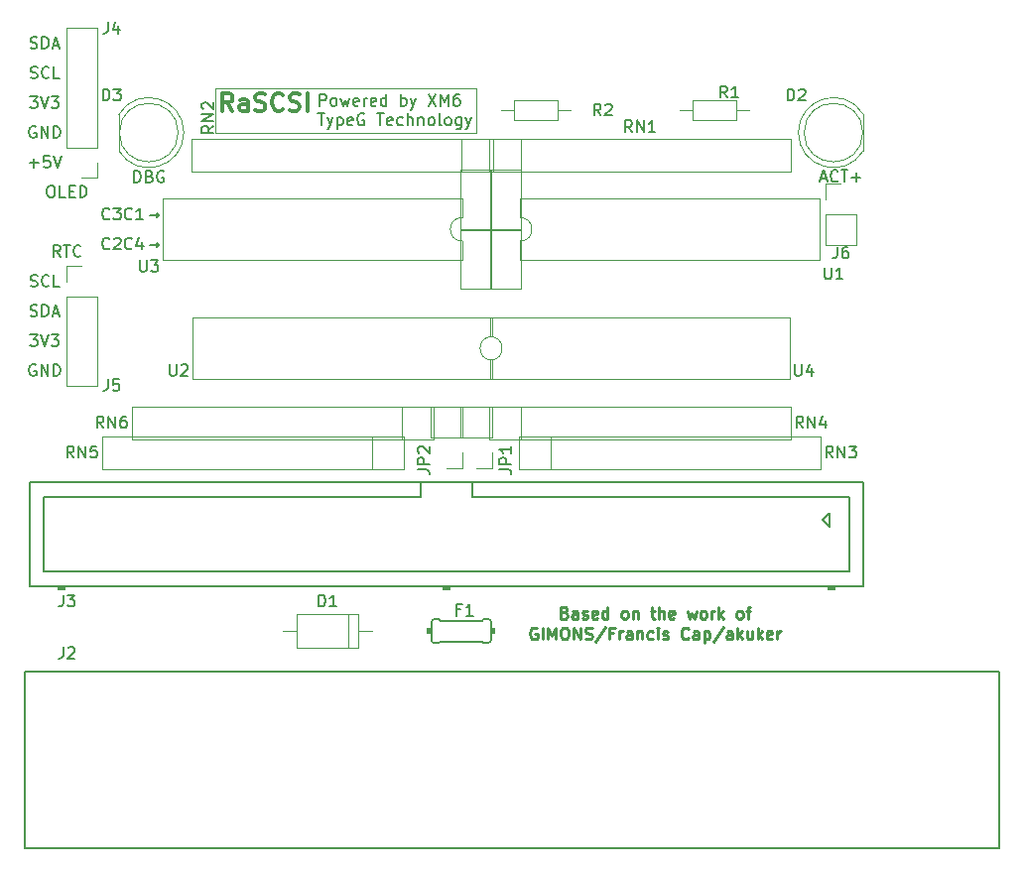
<source format=gbr>
G04 #@! TF.GenerationSoftware,KiCad,Pcbnew,(5.1.6)-1*
G04 #@! TF.CreationDate,2020-08-01T01:33:13+02:00*
G04 #@! TF.ProjectId,rascsi_din,72617363-7369-45f6-9469-6e2e6b696361,rev?*
G04 #@! TF.SameCoordinates,Original*
G04 #@! TF.FileFunction,Legend,Top*
G04 #@! TF.FilePolarity,Positive*
%FSLAX46Y46*%
G04 Gerber Fmt 4.6, Leading zero omitted, Abs format (unit mm)*
G04 Created by KiCad (PCBNEW (5.1.6)-1) date 2020-08-01 01:33:13*
%MOMM*%
%LPD*%
G01*
G04 APERTURE LIST*
%ADD10C,0.150000*%
%ADD11C,0.120000*%
%ADD12C,0.300000*%
%ADD13C,0.250000*%
%ADD14C,0.127000*%
%ADD15C,0.100000*%
%ADD16C,0.152400*%
G04 APERTURE END LIST*
D10*
X177927047Y-62301428D02*
X178688952Y-62301428D01*
X178498476Y-62491904D02*
X178688952Y-62301428D01*
X178498476Y-62110952D01*
X177927047Y-59761428D02*
X178688952Y-59761428D01*
X178498476Y-59951904D02*
X178688952Y-59761428D01*
X178498476Y-59570952D01*
X235116904Y-56621666D02*
X235593095Y-56621666D01*
X235021666Y-56907380D02*
X235355000Y-55907380D01*
X235688333Y-56907380D01*
X236593095Y-56812142D02*
X236545476Y-56859761D01*
X236402619Y-56907380D01*
X236307380Y-56907380D01*
X236164523Y-56859761D01*
X236069285Y-56764523D01*
X236021666Y-56669285D01*
X235974047Y-56478809D01*
X235974047Y-56335952D01*
X236021666Y-56145476D01*
X236069285Y-56050238D01*
X236164523Y-55955000D01*
X236307380Y-55907380D01*
X236402619Y-55907380D01*
X236545476Y-55955000D01*
X236593095Y-56002619D01*
X236878809Y-55907380D02*
X237450238Y-55907380D01*
X237164523Y-56907380D02*
X237164523Y-55907380D01*
X237783571Y-56526428D02*
X238545476Y-56526428D01*
X238164523Y-56907380D02*
X238164523Y-56145476D01*
X167671904Y-69937380D02*
X168290952Y-69937380D01*
X167957619Y-70318333D01*
X168100476Y-70318333D01*
X168195714Y-70365952D01*
X168243333Y-70413571D01*
X168290952Y-70508809D01*
X168290952Y-70746904D01*
X168243333Y-70842142D01*
X168195714Y-70889761D01*
X168100476Y-70937380D01*
X167814761Y-70937380D01*
X167719523Y-70889761D01*
X167671904Y-70842142D01*
X168576666Y-69937380D02*
X168910000Y-70937380D01*
X169243333Y-69937380D01*
X169481428Y-69937380D02*
X170100476Y-69937380D01*
X169767142Y-70318333D01*
X169910000Y-70318333D01*
X170005238Y-70365952D01*
X170052857Y-70413571D01*
X170100476Y-70508809D01*
X170100476Y-70746904D01*
X170052857Y-70842142D01*
X170005238Y-70889761D01*
X169910000Y-70937380D01*
X169624285Y-70937380D01*
X169529047Y-70889761D01*
X169481428Y-70842142D01*
X168148095Y-72525000D02*
X168052857Y-72477380D01*
X167910000Y-72477380D01*
X167767142Y-72525000D01*
X167671904Y-72620238D01*
X167624285Y-72715476D01*
X167576666Y-72905952D01*
X167576666Y-73048809D01*
X167624285Y-73239285D01*
X167671904Y-73334523D01*
X167767142Y-73429761D01*
X167910000Y-73477380D01*
X168005238Y-73477380D01*
X168148095Y-73429761D01*
X168195714Y-73382142D01*
X168195714Y-73048809D01*
X168005238Y-73048809D01*
X168624285Y-73477380D02*
X168624285Y-72477380D01*
X169195714Y-73477380D01*
X169195714Y-72477380D01*
X169671904Y-73477380D02*
X169671904Y-72477380D01*
X169910000Y-72477380D01*
X170052857Y-72525000D01*
X170148095Y-72620238D01*
X170195714Y-72715476D01*
X170243333Y-72905952D01*
X170243333Y-73048809D01*
X170195714Y-73239285D01*
X170148095Y-73334523D01*
X170052857Y-73429761D01*
X169910000Y-73477380D01*
X169671904Y-73477380D01*
X167695714Y-68349761D02*
X167838571Y-68397380D01*
X168076666Y-68397380D01*
X168171904Y-68349761D01*
X168219523Y-68302142D01*
X168267142Y-68206904D01*
X168267142Y-68111666D01*
X168219523Y-68016428D01*
X168171904Y-67968809D01*
X168076666Y-67921190D01*
X167886190Y-67873571D01*
X167790952Y-67825952D01*
X167743333Y-67778333D01*
X167695714Y-67683095D01*
X167695714Y-67587857D01*
X167743333Y-67492619D01*
X167790952Y-67445000D01*
X167886190Y-67397380D01*
X168124285Y-67397380D01*
X168267142Y-67445000D01*
X168695714Y-68397380D02*
X168695714Y-67397380D01*
X168933809Y-67397380D01*
X169076666Y-67445000D01*
X169171904Y-67540238D01*
X169219523Y-67635476D01*
X169267142Y-67825952D01*
X169267142Y-67968809D01*
X169219523Y-68159285D01*
X169171904Y-68254523D01*
X169076666Y-68349761D01*
X168933809Y-68397380D01*
X168695714Y-68397380D01*
X169648095Y-68111666D02*
X170124285Y-68111666D01*
X169552857Y-68397380D02*
X169886190Y-67397380D01*
X170219523Y-68397380D01*
X167719523Y-65809761D02*
X167862380Y-65857380D01*
X168100476Y-65857380D01*
X168195714Y-65809761D01*
X168243333Y-65762142D01*
X168290952Y-65666904D01*
X168290952Y-65571666D01*
X168243333Y-65476428D01*
X168195714Y-65428809D01*
X168100476Y-65381190D01*
X167910000Y-65333571D01*
X167814761Y-65285952D01*
X167767142Y-65238333D01*
X167719523Y-65143095D01*
X167719523Y-65047857D01*
X167767142Y-64952619D01*
X167814761Y-64905000D01*
X167910000Y-64857380D01*
X168148095Y-64857380D01*
X168290952Y-64905000D01*
X169290952Y-65762142D02*
X169243333Y-65809761D01*
X169100476Y-65857380D01*
X169005238Y-65857380D01*
X168862380Y-65809761D01*
X168767142Y-65714523D01*
X168719523Y-65619285D01*
X168671904Y-65428809D01*
X168671904Y-65285952D01*
X168719523Y-65095476D01*
X168767142Y-65000238D01*
X168862380Y-64905000D01*
X169005238Y-64857380D01*
X169100476Y-64857380D01*
X169243333Y-64905000D01*
X169290952Y-64952619D01*
X170195714Y-65857380D02*
X169719523Y-65857380D01*
X169719523Y-64857380D01*
X169362619Y-57237380D02*
X169553095Y-57237380D01*
X169648333Y-57285000D01*
X169743571Y-57380238D01*
X169791190Y-57570714D01*
X169791190Y-57904047D01*
X169743571Y-58094523D01*
X169648333Y-58189761D01*
X169553095Y-58237380D01*
X169362619Y-58237380D01*
X169267380Y-58189761D01*
X169172142Y-58094523D01*
X169124523Y-57904047D01*
X169124523Y-57570714D01*
X169172142Y-57380238D01*
X169267380Y-57285000D01*
X169362619Y-57237380D01*
X170695952Y-58237380D02*
X170219761Y-58237380D01*
X170219761Y-57237380D01*
X171029285Y-57713571D02*
X171362619Y-57713571D01*
X171505476Y-58237380D02*
X171029285Y-58237380D01*
X171029285Y-57237380D01*
X171505476Y-57237380D01*
X171934047Y-58237380D02*
X171934047Y-57237380D01*
X172172142Y-57237380D01*
X172315000Y-57285000D01*
X172410238Y-57380238D01*
X172457857Y-57475476D01*
X172505476Y-57665952D01*
X172505476Y-57808809D01*
X172457857Y-57999285D01*
X172410238Y-58094523D01*
X172315000Y-58189761D01*
X172172142Y-58237380D01*
X171934047Y-58237380D01*
X167624285Y-55316428D02*
X168386190Y-55316428D01*
X168005238Y-55697380D02*
X168005238Y-54935476D01*
X169338571Y-54697380D02*
X168862380Y-54697380D01*
X168814761Y-55173571D01*
X168862380Y-55125952D01*
X168957619Y-55078333D01*
X169195714Y-55078333D01*
X169290952Y-55125952D01*
X169338571Y-55173571D01*
X169386190Y-55268809D01*
X169386190Y-55506904D01*
X169338571Y-55602142D01*
X169290952Y-55649761D01*
X169195714Y-55697380D01*
X168957619Y-55697380D01*
X168862380Y-55649761D01*
X168814761Y-55602142D01*
X169671904Y-54697380D02*
X170005238Y-55697380D01*
X170338571Y-54697380D01*
X168148095Y-52205000D02*
X168052857Y-52157380D01*
X167910000Y-52157380D01*
X167767142Y-52205000D01*
X167671904Y-52300238D01*
X167624285Y-52395476D01*
X167576666Y-52585952D01*
X167576666Y-52728809D01*
X167624285Y-52919285D01*
X167671904Y-53014523D01*
X167767142Y-53109761D01*
X167910000Y-53157380D01*
X168005238Y-53157380D01*
X168148095Y-53109761D01*
X168195714Y-53062142D01*
X168195714Y-52728809D01*
X168005238Y-52728809D01*
X168624285Y-53157380D02*
X168624285Y-52157380D01*
X169195714Y-53157380D01*
X169195714Y-52157380D01*
X169671904Y-53157380D02*
X169671904Y-52157380D01*
X169910000Y-52157380D01*
X170052857Y-52205000D01*
X170148095Y-52300238D01*
X170195714Y-52395476D01*
X170243333Y-52585952D01*
X170243333Y-52728809D01*
X170195714Y-52919285D01*
X170148095Y-53014523D01*
X170052857Y-53109761D01*
X169910000Y-53157380D01*
X169671904Y-53157380D01*
X167671904Y-49617380D02*
X168290952Y-49617380D01*
X167957619Y-49998333D01*
X168100476Y-49998333D01*
X168195714Y-50045952D01*
X168243333Y-50093571D01*
X168290952Y-50188809D01*
X168290952Y-50426904D01*
X168243333Y-50522142D01*
X168195714Y-50569761D01*
X168100476Y-50617380D01*
X167814761Y-50617380D01*
X167719523Y-50569761D01*
X167671904Y-50522142D01*
X168576666Y-49617380D02*
X168910000Y-50617380D01*
X169243333Y-49617380D01*
X169481428Y-49617380D02*
X170100476Y-49617380D01*
X169767142Y-49998333D01*
X169910000Y-49998333D01*
X170005238Y-50045952D01*
X170052857Y-50093571D01*
X170100476Y-50188809D01*
X170100476Y-50426904D01*
X170052857Y-50522142D01*
X170005238Y-50569761D01*
X169910000Y-50617380D01*
X169624285Y-50617380D01*
X169529047Y-50569761D01*
X169481428Y-50522142D01*
X167719523Y-48029761D02*
X167862380Y-48077380D01*
X168100476Y-48077380D01*
X168195714Y-48029761D01*
X168243333Y-47982142D01*
X168290952Y-47886904D01*
X168290952Y-47791666D01*
X168243333Y-47696428D01*
X168195714Y-47648809D01*
X168100476Y-47601190D01*
X167910000Y-47553571D01*
X167814761Y-47505952D01*
X167767142Y-47458333D01*
X167719523Y-47363095D01*
X167719523Y-47267857D01*
X167767142Y-47172619D01*
X167814761Y-47125000D01*
X167910000Y-47077380D01*
X168148095Y-47077380D01*
X168290952Y-47125000D01*
X169290952Y-47982142D02*
X169243333Y-48029761D01*
X169100476Y-48077380D01*
X169005238Y-48077380D01*
X168862380Y-48029761D01*
X168767142Y-47934523D01*
X168719523Y-47839285D01*
X168671904Y-47648809D01*
X168671904Y-47505952D01*
X168719523Y-47315476D01*
X168767142Y-47220238D01*
X168862380Y-47125000D01*
X169005238Y-47077380D01*
X169100476Y-47077380D01*
X169243333Y-47125000D01*
X169290952Y-47172619D01*
X170195714Y-48077380D02*
X169719523Y-48077380D01*
X169719523Y-47077380D01*
X170243571Y-63317380D02*
X169910238Y-62841190D01*
X169672142Y-63317380D02*
X169672142Y-62317380D01*
X170053095Y-62317380D01*
X170148333Y-62365000D01*
X170195952Y-62412619D01*
X170243571Y-62507857D01*
X170243571Y-62650714D01*
X170195952Y-62745952D01*
X170148333Y-62793571D01*
X170053095Y-62841190D01*
X169672142Y-62841190D01*
X170529285Y-62317380D02*
X171100714Y-62317380D01*
X170815000Y-63317380D02*
X170815000Y-62317380D01*
X172005476Y-63222142D02*
X171957857Y-63269761D01*
X171815000Y-63317380D01*
X171719761Y-63317380D01*
X171576904Y-63269761D01*
X171481666Y-63174523D01*
X171434047Y-63079285D01*
X171386428Y-62888809D01*
X171386428Y-62745952D01*
X171434047Y-62555476D01*
X171481666Y-62460238D01*
X171576904Y-62365000D01*
X171719761Y-62317380D01*
X171815000Y-62317380D01*
X171957857Y-62365000D01*
X172005476Y-62412619D01*
X167695714Y-45489761D02*
X167838571Y-45537380D01*
X168076666Y-45537380D01*
X168171904Y-45489761D01*
X168219523Y-45442142D01*
X168267142Y-45346904D01*
X168267142Y-45251666D01*
X168219523Y-45156428D01*
X168171904Y-45108809D01*
X168076666Y-45061190D01*
X167886190Y-45013571D01*
X167790952Y-44965952D01*
X167743333Y-44918333D01*
X167695714Y-44823095D01*
X167695714Y-44727857D01*
X167743333Y-44632619D01*
X167790952Y-44585000D01*
X167886190Y-44537380D01*
X168124285Y-44537380D01*
X168267142Y-44585000D01*
X168695714Y-45537380D02*
X168695714Y-44537380D01*
X168933809Y-44537380D01*
X169076666Y-44585000D01*
X169171904Y-44680238D01*
X169219523Y-44775476D01*
X169267142Y-44965952D01*
X169267142Y-45108809D01*
X169219523Y-45299285D01*
X169171904Y-45394523D01*
X169076666Y-45489761D01*
X168933809Y-45537380D01*
X168695714Y-45537380D01*
X169648095Y-45251666D02*
X170124285Y-45251666D01*
X169552857Y-45537380D02*
X169886190Y-44537380D01*
X170219523Y-45537380D01*
D11*
X205740000Y-48895000D02*
X183515000Y-48895000D01*
X205740000Y-52705000D02*
X205740000Y-48895000D01*
X183515000Y-52705000D02*
X205740000Y-52705000D01*
X183515000Y-48895000D02*
X183515000Y-52705000D01*
D10*
X176538095Y-56967380D02*
X176538095Y-55967380D01*
X176776190Y-55967380D01*
X176919047Y-56015000D01*
X177014285Y-56110238D01*
X177061904Y-56205476D01*
X177109523Y-56395952D01*
X177109523Y-56538809D01*
X177061904Y-56729285D01*
X177014285Y-56824523D01*
X176919047Y-56919761D01*
X176776190Y-56967380D01*
X176538095Y-56967380D01*
X177871428Y-56443571D02*
X178014285Y-56491190D01*
X178061904Y-56538809D01*
X178109523Y-56634047D01*
X178109523Y-56776904D01*
X178061904Y-56872142D01*
X178014285Y-56919761D01*
X177919047Y-56967380D01*
X177538095Y-56967380D01*
X177538095Y-55967380D01*
X177871428Y-55967380D01*
X177966666Y-56015000D01*
X178014285Y-56062619D01*
X178061904Y-56157857D01*
X178061904Y-56253095D01*
X178014285Y-56348333D01*
X177966666Y-56395952D01*
X177871428Y-56443571D01*
X177538095Y-56443571D01*
X179061904Y-56015000D02*
X178966666Y-55967380D01*
X178823809Y-55967380D01*
X178680952Y-56015000D01*
X178585714Y-56110238D01*
X178538095Y-56205476D01*
X178490476Y-56395952D01*
X178490476Y-56538809D01*
X178538095Y-56729285D01*
X178585714Y-56824523D01*
X178680952Y-56919761D01*
X178823809Y-56967380D01*
X178919047Y-56967380D01*
X179061904Y-56919761D01*
X179109523Y-56872142D01*
X179109523Y-56538809D01*
X178919047Y-56538809D01*
X192359595Y-50427380D02*
X192359595Y-49427380D01*
X192740547Y-49427380D01*
X192835785Y-49475000D01*
X192883404Y-49522619D01*
X192931023Y-49617857D01*
X192931023Y-49760714D01*
X192883404Y-49855952D01*
X192835785Y-49903571D01*
X192740547Y-49951190D01*
X192359595Y-49951190D01*
X193502452Y-50427380D02*
X193407214Y-50379761D01*
X193359595Y-50332142D01*
X193311976Y-50236904D01*
X193311976Y-49951190D01*
X193359595Y-49855952D01*
X193407214Y-49808333D01*
X193502452Y-49760714D01*
X193645309Y-49760714D01*
X193740547Y-49808333D01*
X193788166Y-49855952D01*
X193835785Y-49951190D01*
X193835785Y-50236904D01*
X193788166Y-50332142D01*
X193740547Y-50379761D01*
X193645309Y-50427380D01*
X193502452Y-50427380D01*
X194169119Y-49760714D02*
X194359595Y-50427380D01*
X194550071Y-49951190D01*
X194740547Y-50427380D01*
X194931023Y-49760714D01*
X195692928Y-50379761D02*
X195597690Y-50427380D01*
X195407214Y-50427380D01*
X195311976Y-50379761D01*
X195264357Y-50284523D01*
X195264357Y-49903571D01*
X195311976Y-49808333D01*
X195407214Y-49760714D01*
X195597690Y-49760714D01*
X195692928Y-49808333D01*
X195740547Y-49903571D01*
X195740547Y-49998809D01*
X195264357Y-50094047D01*
X196169119Y-50427380D02*
X196169119Y-49760714D01*
X196169119Y-49951190D02*
X196216738Y-49855952D01*
X196264357Y-49808333D01*
X196359595Y-49760714D01*
X196454833Y-49760714D01*
X197169119Y-50379761D02*
X197073880Y-50427380D01*
X196883404Y-50427380D01*
X196788166Y-50379761D01*
X196740547Y-50284523D01*
X196740547Y-49903571D01*
X196788166Y-49808333D01*
X196883404Y-49760714D01*
X197073880Y-49760714D01*
X197169119Y-49808333D01*
X197216738Y-49903571D01*
X197216738Y-49998809D01*
X196740547Y-50094047D01*
X198073880Y-50427380D02*
X198073880Y-49427380D01*
X198073880Y-50379761D02*
X197978642Y-50427380D01*
X197788166Y-50427380D01*
X197692928Y-50379761D01*
X197645309Y-50332142D01*
X197597690Y-50236904D01*
X197597690Y-49951190D01*
X197645309Y-49855952D01*
X197692928Y-49808333D01*
X197788166Y-49760714D01*
X197978642Y-49760714D01*
X198073880Y-49808333D01*
X199311976Y-50427380D02*
X199311976Y-49427380D01*
X199311976Y-49808333D02*
X199407214Y-49760714D01*
X199597690Y-49760714D01*
X199692928Y-49808333D01*
X199740547Y-49855952D01*
X199788166Y-49951190D01*
X199788166Y-50236904D01*
X199740547Y-50332142D01*
X199692928Y-50379761D01*
X199597690Y-50427380D01*
X199407214Y-50427380D01*
X199311976Y-50379761D01*
X200121500Y-49760714D02*
X200359595Y-50427380D01*
X200597690Y-49760714D02*
X200359595Y-50427380D01*
X200264357Y-50665476D01*
X200216738Y-50713095D01*
X200121500Y-50760714D01*
X201645309Y-49427380D02*
X202311976Y-50427380D01*
X202311976Y-49427380D02*
X201645309Y-50427380D01*
X202692928Y-50427380D02*
X202692928Y-49427380D01*
X203026261Y-50141666D01*
X203359595Y-49427380D01*
X203359595Y-50427380D01*
X204264357Y-49427380D02*
X204073880Y-49427380D01*
X203978642Y-49475000D01*
X203931023Y-49522619D01*
X203835785Y-49665476D01*
X203788166Y-49855952D01*
X203788166Y-50236904D01*
X203835785Y-50332142D01*
X203883404Y-50379761D01*
X203978642Y-50427380D01*
X204169119Y-50427380D01*
X204264357Y-50379761D01*
X204311976Y-50332142D01*
X204359595Y-50236904D01*
X204359595Y-49998809D01*
X204311976Y-49903571D01*
X204264357Y-49855952D01*
X204169119Y-49808333D01*
X203978642Y-49808333D01*
X203883404Y-49855952D01*
X203835785Y-49903571D01*
X203788166Y-49998809D01*
X192216738Y-51077380D02*
X192788166Y-51077380D01*
X192502452Y-52077380D02*
X192502452Y-51077380D01*
X193026261Y-51410714D02*
X193264357Y-52077380D01*
X193502452Y-51410714D02*
X193264357Y-52077380D01*
X193169119Y-52315476D01*
X193121500Y-52363095D01*
X193026261Y-52410714D01*
X193883404Y-51410714D02*
X193883404Y-52410714D01*
X193883404Y-51458333D02*
X193978642Y-51410714D01*
X194169119Y-51410714D01*
X194264357Y-51458333D01*
X194311976Y-51505952D01*
X194359595Y-51601190D01*
X194359595Y-51886904D01*
X194311976Y-51982142D01*
X194264357Y-52029761D01*
X194169119Y-52077380D01*
X193978642Y-52077380D01*
X193883404Y-52029761D01*
X195169119Y-52029761D02*
X195073880Y-52077380D01*
X194883404Y-52077380D01*
X194788166Y-52029761D01*
X194740547Y-51934523D01*
X194740547Y-51553571D01*
X194788166Y-51458333D01*
X194883404Y-51410714D01*
X195073880Y-51410714D01*
X195169119Y-51458333D01*
X195216738Y-51553571D01*
X195216738Y-51648809D01*
X194740547Y-51744047D01*
X196169119Y-51125000D02*
X196073880Y-51077380D01*
X195931023Y-51077380D01*
X195788166Y-51125000D01*
X195692928Y-51220238D01*
X195645309Y-51315476D01*
X195597690Y-51505952D01*
X195597690Y-51648809D01*
X195645309Y-51839285D01*
X195692928Y-51934523D01*
X195788166Y-52029761D01*
X195931023Y-52077380D01*
X196026261Y-52077380D01*
X196169119Y-52029761D01*
X196216738Y-51982142D01*
X196216738Y-51648809D01*
X196026261Y-51648809D01*
X197264357Y-51077380D02*
X197835785Y-51077380D01*
X197550071Y-52077380D02*
X197550071Y-51077380D01*
X198550071Y-52029761D02*
X198454833Y-52077380D01*
X198264357Y-52077380D01*
X198169119Y-52029761D01*
X198121500Y-51934523D01*
X198121500Y-51553571D01*
X198169119Y-51458333D01*
X198264357Y-51410714D01*
X198454833Y-51410714D01*
X198550071Y-51458333D01*
X198597690Y-51553571D01*
X198597690Y-51648809D01*
X198121500Y-51744047D01*
X199454833Y-52029761D02*
X199359595Y-52077380D01*
X199169119Y-52077380D01*
X199073880Y-52029761D01*
X199026261Y-51982142D01*
X198978642Y-51886904D01*
X198978642Y-51601190D01*
X199026261Y-51505952D01*
X199073880Y-51458333D01*
X199169119Y-51410714D01*
X199359595Y-51410714D01*
X199454833Y-51458333D01*
X199883404Y-52077380D02*
X199883404Y-51077380D01*
X200311976Y-52077380D02*
X200311976Y-51553571D01*
X200264357Y-51458333D01*
X200169119Y-51410714D01*
X200026261Y-51410714D01*
X199931023Y-51458333D01*
X199883404Y-51505952D01*
X200788166Y-51410714D02*
X200788166Y-52077380D01*
X200788166Y-51505952D02*
X200835785Y-51458333D01*
X200931023Y-51410714D01*
X201073880Y-51410714D01*
X201169119Y-51458333D01*
X201216738Y-51553571D01*
X201216738Y-52077380D01*
X201835785Y-52077380D02*
X201740547Y-52029761D01*
X201692928Y-51982142D01*
X201645309Y-51886904D01*
X201645309Y-51601190D01*
X201692928Y-51505952D01*
X201740547Y-51458333D01*
X201835785Y-51410714D01*
X201978642Y-51410714D01*
X202073880Y-51458333D01*
X202121500Y-51505952D01*
X202169119Y-51601190D01*
X202169119Y-51886904D01*
X202121500Y-51982142D01*
X202073880Y-52029761D01*
X201978642Y-52077380D01*
X201835785Y-52077380D01*
X202740547Y-52077380D02*
X202645309Y-52029761D01*
X202597690Y-51934523D01*
X202597690Y-51077380D01*
X203264357Y-52077380D02*
X203169119Y-52029761D01*
X203121500Y-51982142D01*
X203073880Y-51886904D01*
X203073880Y-51601190D01*
X203121500Y-51505952D01*
X203169119Y-51458333D01*
X203264357Y-51410714D01*
X203407214Y-51410714D01*
X203502452Y-51458333D01*
X203550071Y-51505952D01*
X203597690Y-51601190D01*
X203597690Y-51886904D01*
X203550071Y-51982142D01*
X203502452Y-52029761D01*
X203407214Y-52077380D01*
X203264357Y-52077380D01*
X204454833Y-51410714D02*
X204454833Y-52220238D01*
X204407214Y-52315476D01*
X204359595Y-52363095D01*
X204264357Y-52410714D01*
X204121500Y-52410714D01*
X204026261Y-52363095D01*
X204454833Y-52029761D02*
X204359595Y-52077380D01*
X204169119Y-52077380D01*
X204073880Y-52029761D01*
X204026261Y-51982142D01*
X203978642Y-51886904D01*
X203978642Y-51601190D01*
X204026261Y-51505952D01*
X204073880Y-51458333D01*
X204169119Y-51410714D01*
X204359595Y-51410714D01*
X204454833Y-51458333D01*
X204835785Y-51410714D02*
X205073880Y-52077380D01*
X205311976Y-51410714D02*
X205073880Y-52077380D01*
X204978642Y-52315476D01*
X204931023Y-52363095D01*
X204835785Y-52410714D01*
D12*
X184956000Y-50843571D02*
X184456000Y-50129285D01*
X184098857Y-50843571D02*
X184098857Y-49343571D01*
X184670285Y-49343571D01*
X184813142Y-49415000D01*
X184884571Y-49486428D01*
X184956000Y-49629285D01*
X184956000Y-49843571D01*
X184884571Y-49986428D01*
X184813142Y-50057857D01*
X184670285Y-50129285D01*
X184098857Y-50129285D01*
X186241714Y-50843571D02*
X186241714Y-50057857D01*
X186170285Y-49915000D01*
X186027428Y-49843571D01*
X185741714Y-49843571D01*
X185598857Y-49915000D01*
X186241714Y-50772142D02*
X186098857Y-50843571D01*
X185741714Y-50843571D01*
X185598857Y-50772142D01*
X185527428Y-50629285D01*
X185527428Y-50486428D01*
X185598857Y-50343571D01*
X185741714Y-50272142D01*
X186098857Y-50272142D01*
X186241714Y-50200714D01*
X186884571Y-50772142D02*
X187098857Y-50843571D01*
X187456000Y-50843571D01*
X187598857Y-50772142D01*
X187670285Y-50700714D01*
X187741714Y-50557857D01*
X187741714Y-50415000D01*
X187670285Y-50272142D01*
X187598857Y-50200714D01*
X187456000Y-50129285D01*
X187170285Y-50057857D01*
X187027428Y-49986428D01*
X186956000Y-49915000D01*
X186884571Y-49772142D01*
X186884571Y-49629285D01*
X186956000Y-49486428D01*
X187027428Y-49415000D01*
X187170285Y-49343571D01*
X187527428Y-49343571D01*
X187741714Y-49415000D01*
X189241714Y-50700714D02*
X189170285Y-50772142D01*
X188956000Y-50843571D01*
X188813142Y-50843571D01*
X188598857Y-50772142D01*
X188456000Y-50629285D01*
X188384571Y-50486428D01*
X188313142Y-50200714D01*
X188313142Y-49986428D01*
X188384571Y-49700714D01*
X188456000Y-49557857D01*
X188598857Y-49415000D01*
X188813142Y-49343571D01*
X188956000Y-49343571D01*
X189170285Y-49415000D01*
X189241714Y-49486428D01*
X189813142Y-50772142D02*
X190027428Y-50843571D01*
X190384571Y-50843571D01*
X190527428Y-50772142D01*
X190598857Y-50700714D01*
X190670285Y-50557857D01*
X190670285Y-50415000D01*
X190598857Y-50272142D01*
X190527428Y-50200714D01*
X190384571Y-50129285D01*
X190098857Y-50057857D01*
X189956000Y-49986428D01*
X189884571Y-49915000D01*
X189813142Y-49772142D01*
X189813142Y-49629285D01*
X189884571Y-49486428D01*
X189956000Y-49415000D01*
X190098857Y-49343571D01*
X190456000Y-49343571D01*
X190670285Y-49415000D01*
X191313142Y-50843571D02*
X191313142Y-49343571D01*
D13*
X213289523Y-93668571D02*
X213432380Y-93716190D01*
X213480000Y-93763809D01*
X213527619Y-93859047D01*
X213527619Y-94001904D01*
X213480000Y-94097142D01*
X213432380Y-94144761D01*
X213337142Y-94192380D01*
X212956190Y-94192380D01*
X212956190Y-93192380D01*
X213289523Y-93192380D01*
X213384761Y-93240000D01*
X213432380Y-93287619D01*
X213480000Y-93382857D01*
X213480000Y-93478095D01*
X213432380Y-93573333D01*
X213384761Y-93620952D01*
X213289523Y-93668571D01*
X212956190Y-93668571D01*
X214384761Y-94192380D02*
X214384761Y-93668571D01*
X214337142Y-93573333D01*
X214241904Y-93525714D01*
X214051428Y-93525714D01*
X213956190Y-93573333D01*
X214384761Y-94144761D02*
X214289523Y-94192380D01*
X214051428Y-94192380D01*
X213956190Y-94144761D01*
X213908571Y-94049523D01*
X213908571Y-93954285D01*
X213956190Y-93859047D01*
X214051428Y-93811428D01*
X214289523Y-93811428D01*
X214384761Y-93763809D01*
X214813333Y-94144761D02*
X214908571Y-94192380D01*
X215099047Y-94192380D01*
X215194285Y-94144761D01*
X215241904Y-94049523D01*
X215241904Y-94001904D01*
X215194285Y-93906666D01*
X215099047Y-93859047D01*
X214956190Y-93859047D01*
X214860952Y-93811428D01*
X214813333Y-93716190D01*
X214813333Y-93668571D01*
X214860952Y-93573333D01*
X214956190Y-93525714D01*
X215099047Y-93525714D01*
X215194285Y-93573333D01*
X216051428Y-94144761D02*
X215956190Y-94192380D01*
X215765714Y-94192380D01*
X215670476Y-94144761D01*
X215622857Y-94049523D01*
X215622857Y-93668571D01*
X215670476Y-93573333D01*
X215765714Y-93525714D01*
X215956190Y-93525714D01*
X216051428Y-93573333D01*
X216099047Y-93668571D01*
X216099047Y-93763809D01*
X215622857Y-93859047D01*
X216956190Y-94192380D02*
X216956190Y-93192380D01*
X216956190Y-94144761D02*
X216860952Y-94192380D01*
X216670476Y-94192380D01*
X216575238Y-94144761D01*
X216527619Y-94097142D01*
X216480000Y-94001904D01*
X216480000Y-93716190D01*
X216527619Y-93620952D01*
X216575238Y-93573333D01*
X216670476Y-93525714D01*
X216860952Y-93525714D01*
X216956190Y-93573333D01*
X218337142Y-94192380D02*
X218241904Y-94144761D01*
X218194285Y-94097142D01*
X218146666Y-94001904D01*
X218146666Y-93716190D01*
X218194285Y-93620952D01*
X218241904Y-93573333D01*
X218337142Y-93525714D01*
X218480000Y-93525714D01*
X218575238Y-93573333D01*
X218622857Y-93620952D01*
X218670476Y-93716190D01*
X218670476Y-94001904D01*
X218622857Y-94097142D01*
X218575238Y-94144761D01*
X218480000Y-94192380D01*
X218337142Y-94192380D01*
X219099047Y-93525714D02*
X219099047Y-94192380D01*
X219099047Y-93620952D02*
X219146666Y-93573333D01*
X219241904Y-93525714D01*
X219384761Y-93525714D01*
X219480000Y-93573333D01*
X219527619Y-93668571D01*
X219527619Y-94192380D01*
X220622857Y-93525714D02*
X221003809Y-93525714D01*
X220765714Y-93192380D02*
X220765714Y-94049523D01*
X220813333Y-94144761D01*
X220908571Y-94192380D01*
X221003809Y-94192380D01*
X221337142Y-94192380D02*
X221337142Y-93192380D01*
X221765714Y-94192380D02*
X221765714Y-93668571D01*
X221718095Y-93573333D01*
X221622857Y-93525714D01*
X221480000Y-93525714D01*
X221384761Y-93573333D01*
X221337142Y-93620952D01*
X222622857Y-94144761D02*
X222527619Y-94192380D01*
X222337142Y-94192380D01*
X222241904Y-94144761D01*
X222194285Y-94049523D01*
X222194285Y-93668571D01*
X222241904Y-93573333D01*
X222337142Y-93525714D01*
X222527619Y-93525714D01*
X222622857Y-93573333D01*
X222670476Y-93668571D01*
X222670476Y-93763809D01*
X222194285Y-93859047D01*
X223765714Y-93525714D02*
X223956190Y-94192380D01*
X224146666Y-93716190D01*
X224337142Y-94192380D01*
X224527619Y-93525714D01*
X225051428Y-94192380D02*
X224956190Y-94144761D01*
X224908571Y-94097142D01*
X224860952Y-94001904D01*
X224860952Y-93716190D01*
X224908571Y-93620952D01*
X224956190Y-93573333D01*
X225051428Y-93525714D01*
X225194285Y-93525714D01*
X225289523Y-93573333D01*
X225337142Y-93620952D01*
X225384761Y-93716190D01*
X225384761Y-94001904D01*
X225337142Y-94097142D01*
X225289523Y-94144761D01*
X225194285Y-94192380D01*
X225051428Y-94192380D01*
X225813333Y-94192380D02*
X225813333Y-93525714D01*
X225813333Y-93716190D02*
X225860952Y-93620952D01*
X225908571Y-93573333D01*
X226003809Y-93525714D01*
X226099047Y-93525714D01*
X226432380Y-94192380D02*
X226432380Y-93192380D01*
X226527619Y-93811428D02*
X226813333Y-94192380D01*
X226813333Y-93525714D02*
X226432380Y-93906666D01*
X228146666Y-94192380D02*
X228051428Y-94144761D01*
X228003809Y-94097142D01*
X227956190Y-94001904D01*
X227956190Y-93716190D01*
X228003809Y-93620952D01*
X228051428Y-93573333D01*
X228146666Y-93525714D01*
X228289523Y-93525714D01*
X228384761Y-93573333D01*
X228432380Y-93620952D01*
X228479999Y-93716190D01*
X228479999Y-94001904D01*
X228432380Y-94097142D01*
X228384761Y-94144761D01*
X228289523Y-94192380D01*
X228146666Y-94192380D01*
X228765714Y-93525714D02*
X229146666Y-93525714D01*
X228908571Y-94192380D02*
X228908571Y-93335238D01*
X228956190Y-93240000D01*
X229051428Y-93192380D01*
X229146666Y-93192380D01*
X210908571Y-94990000D02*
X210813333Y-94942380D01*
X210670476Y-94942380D01*
X210527619Y-94990000D01*
X210432380Y-95085238D01*
X210384761Y-95180476D01*
X210337142Y-95370952D01*
X210337142Y-95513809D01*
X210384761Y-95704285D01*
X210432380Y-95799523D01*
X210527619Y-95894761D01*
X210670476Y-95942380D01*
X210765714Y-95942380D01*
X210908571Y-95894761D01*
X210956190Y-95847142D01*
X210956190Y-95513809D01*
X210765714Y-95513809D01*
X211384761Y-95942380D02*
X211384761Y-94942380D01*
X211860952Y-95942380D02*
X211860952Y-94942380D01*
X212194285Y-95656666D01*
X212527619Y-94942380D01*
X212527619Y-95942380D01*
X213194285Y-94942380D02*
X213384761Y-94942380D01*
X213480000Y-94990000D01*
X213575238Y-95085238D01*
X213622857Y-95275714D01*
X213622857Y-95609047D01*
X213575238Y-95799523D01*
X213480000Y-95894761D01*
X213384761Y-95942380D01*
X213194285Y-95942380D01*
X213099047Y-95894761D01*
X213003809Y-95799523D01*
X212956190Y-95609047D01*
X212956190Y-95275714D01*
X213003809Y-95085238D01*
X213099047Y-94990000D01*
X213194285Y-94942380D01*
X214051428Y-95942380D02*
X214051428Y-94942380D01*
X214622857Y-95942380D01*
X214622857Y-94942380D01*
X215051428Y-95894761D02*
X215194285Y-95942380D01*
X215432380Y-95942380D01*
X215527619Y-95894761D01*
X215575238Y-95847142D01*
X215622857Y-95751904D01*
X215622857Y-95656666D01*
X215575238Y-95561428D01*
X215527619Y-95513809D01*
X215432380Y-95466190D01*
X215241904Y-95418571D01*
X215146666Y-95370952D01*
X215099047Y-95323333D01*
X215051428Y-95228095D01*
X215051428Y-95132857D01*
X215099047Y-95037619D01*
X215146666Y-94990000D01*
X215241904Y-94942380D01*
X215480000Y-94942380D01*
X215622857Y-94990000D01*
X216765714Y-94894761D02*
X215908571Y-96180476D01*
X217432380Y-95418571D02*
X217099047Y-95418571D01*
X217099047Y-95942380D02*
X217099047Y-94942380D01*
X217575238Y-94942380D01*
X217956190Y-95942380D02*
X217956190Y-95275714D01*
X217956190Y-95466190D02*
X218003809Y-95370952D01*
X218051428Y-95323333D01*
X218146666Y-95275714D01*
X218241904Y-95275714D01*
X219003809Y-95942380D02*
X219003809Y-95418571D01*
X218956190Y-95323333D01*
X218860952Y-95275714D01*
X218670476Y-95275714D01*
X218575238Y-95323333D01*
X219003809Y-95894761D02*
X218908571Y-95942380D01*
X218670476Y-95942380D01*
X218575238Y-95894761D01*
X218527619Y-95799523D01*
X218527619Y-95704285D01*
X218575238Y-95609047D01*
X218670476Y-95561428D01*
X218908571Y-95561428D01*
X219003809Y-95513809D01*
X219480000Y-95275714D02*
X219480000Y-95942380D01*
X219480000Y-95370952D02*
X219527619Y-95323333D01*
X219622857Y-95275714D01*
X219765714Y-95275714D01*
X219860952Y-95323333D01*
X219908571Y-95418571D01*
X219908571Y-95942380D01*
X220813333Y-95894761D02*
X220718095Y-95942380D01*
X220527619Y-95942380D01*
X220432380Y-95894761D01*
X220384761Y-95847142D01*
X220337142Y-95751904D01*
X220337142Y-95466190D01*
X220384761Y-95370952D01*
X220432380Y-95323333D01*
X220527619Y-95275714D01*
X220718095Y-95275714D01*
X220813333Y-95323333D01*
X221241904Y-95942380D02*
X221241904Y-95275714D01*
X221241904Y-94942380D02*
X221194285Y-94990000D01*
X221241904Y-95037619D01*
X221289523Y-94990000D01*
X221241904Y-94942380D01*
X221241904Y-95037619D01*
X221670476Y-95894761D02*
X221765714Y-95942380D01*
X221956190Y-95942380D01*
X222051428Y-95894761D01*
X222099047Y-95799523D01*
X222099047Y-95751904D01*
X222051428Y-95656666D01*
X221956190Y-95609047D01*
X221813333Y-95609047D01*
X221718095Y-95561428D01*
X221670476Y-95466190D01*
X221670476Y-95418571D01*
X221718095Y-95323333D01*
X221813333Y-95275714D01*
X221956190Y-95275714D01*
X222051428Y-95323333D01*
X223860952Y-95847142D02*
X223813333Y-95894761D01*
X223670476Y-95942380D01*
X223575238Y-95942380D01*
X223432380Y-95894761D01*
X223337142Y-95799523D01*
X223289523Y-95704285D01*
X223241904Y-95513809D01*
X223241904Y-95370952D01*
X223289523Y-95180476D01*
X223337142Y-95085238D01*
X223432380Y-94990000D01*
X223575238Y-94942380D01*
X223670476Y-94942380D01*
X223813333Y-94990000D01*
X223860952Y-95037619D01*
X224718095Y-95942380D02*
X224718095Y-95418571D01*
X224670476Y-95323333D01*
X224575238Y-95275714D01*
X224384761Y-95275714D01*
X224289523Y-95323333D01*
X224718095Y-95894761D02*
X224622857Y-95942380D01*
X224384761Y-95942380D01*
X224289523Y-95894761D01*
X224241904Y-95799523D01*
X224241904Y-95704285D01*
X224289523Y-95609047D01*
X224384761Y-95561428D01*
X224622857Y-95561428D01*
X224718095Y-95513809D01*
X225194285Y-95275714D02*
X225194285Y-96275714D01*
X225194285Y-95323333D02*
X225289523Y-95275714D01*
X225480000Y-95275714D01*
X225575238Y-95323333D01*
X225622857Y-95370952D01*
X225670476Y-95466190D01*
X225670476Y-95751904D01*
X225622857Y-95847142D01*
X225575238Y-95894761D01*
X225480000Y-95942380D01*
X225289523Y-95942380D01*
X225194285Y-95894761D01*
X226813333Y-94894761D02*
X225956190Y-96180476D01*
X227575238Y-95942380D02*
X227575238Y-95418571D01*
X227527619Y-95323333D01*
X227432380Y-95275714D01*
X227241904Y-95275714D01*
X227146666Y-95323333D01*
X227575238Y-95894761D02*
X227480000Y-95942380D01*
X227241904Y-95942380D01*
X227146666Y-95894761D01*
X227099047Y-95799523D01*
X227099047Y-95704285D01*
X227146666Y-95609047D01*
X227241904Y-95561428D01*
X227480000Y-95561428D01*
X227575238Y-95513809D01*
X228051428Y-95942380D02*
X228051428Y-94942380D01*
X228146666Y-95561428D02*
X228432380Y-95942380D01*
X228432380Y-95275714D02*
X228051428Y-95656666D01*
X229289523Y-95275714D02*
X229289523Y-95942380D01*
X228860952Y-95275714D02*
X228860952Y-95799523D01*
X228908571Y-95894761D01*
X229003809Y-95942380D01*
X229146666Y-95942380D01*
X229241904Y-95894761D01*
X229289523Y-95847142D01*
X229765714Y-95942380D02*
X229765714Y-94942380D01*
X229860952Y-95561428D02*
X230146666Y-95942380D01*
X230146666Y-95275714D02*
X229765714Y-95656666D01*
X230956190Y-95894761D02*
X230860952Y-95942380D01*
X230670476Y-95942380D01*
X230575238Y-95894761D01*
X230527619Y-95799523D01*
X230527619Y-95418571D01*
X230575238Y-95323333D01*
X230670476Y-95275714D01*
X230860952Y-95275714D01*
X230956190Y-95323333D01*
X231003809Y-95418571D01*
X231003809Y-95513809D01*
X230527619Y-95609047D01*
X231432380Y-95942380D02*
X231432380Y-95275714D01*
X231432380Y-95466190D02*
X231480000Y-95370952D01*
X231527619Y-95323333D01*
X231622857Y-95275714D01*
X231718095Y-95275714D01*
D14*
X167250000Y-98710000D02*
X250350000Y-98710000D01*
X167250000Y-98710000D02*
X167250000Y-113810000D01*
X250350000Y-98710000D02*
X250350000Y-113810000D01*
X167250000Y-113810000D02*
X250350000Y-113810000D01*
D11*
X209590000Y-60920000D02*
X209590000Y-66040000D01*
X206970000Y-60920000D02*
X206970000Y-66040000D01*
X209590000Y-60920000D02*
X206970000Y-60920000D01*
X209590000Y-66040000D02*
X206970000Y-66040000D01*
X204430000Y-55880000D02*
X207050000Y-55880000D01*
X204430000Y-61000000D02*
X207050000Y-61000000D01*
X207050000Y-61000000D02*
X207050000Y-55880000D01*
X204430000Y-61000000D02*
X204430000Y-55880000D01*
X207050000Y-66040000D02*
X204430000Y-66040000D01*
X207050000Y-60920000D02*
X204430000Y-60920000D01*
X204430000Y-60920000D02*
X204430000Y-66040000D01*
X207050000Y-60920000D02*
X207050000Y-66040000D01*
X206970000Y-55880000D02*
X209590000Y-55880000D01*
X206970000Y-61000000D02*
X209590000Y-61000000D01*
X209590000Y-61000000D02*
X209590000Y-55880000D01*
X206970000Y-61000000D02*
X206970000Y-55880000D01*
X195700000Y-96660000D02*
X195700000Y-93840000D01*
X195700000Y-93840000D02*
X190380000Y-93840000D01*
X190380000Y-93840000D02*
X190380000Y-96660000D01*
X190380000Y-96660000D02*
X195700000Y-96660000D01*
X196840000Y-95250000D02*
X195700000Y-95250000D01*
X189240000Y-95250000D02*
X190380000Y-95250000D01*
X194860000Y-96660000D02*
X194860000Y-93840000D01*
X228990000Y-50800000D02*
X227920000Y-50800000D01*
X223130000Y-50800000D02*
X224200000Y-50800000D01*
X227920000Y-49940000D02*
X224200000Y-49940000D01*
X227920000Y-51660000D02*
X227920000Y-49940000D01*
X224200000Y-51660000D02*
X227920000Y-51660000D01*
X224200000Y-49940000D02*
X224200000Y-51660000D01*
X206840000Y-76070000D02*
X206840000Y-78870000D01*
X206840000Y-78870000D02*
X232580000Y-78870000D01*
X232580000Y-78870000D02*
X232580000Y-76070000D01*
X232580000Y-76070000D02*
X206840000Y-76070000D01*
X209550000Y-76070000D02*
X209550000Y-78870000D01*
X202100000Y-78870000D02*
X202100000Y-76070000D01*
X202100000Y-76070000D02*
X176360000Y-76070000D01*
X176360000Y-76070000D02*
X176360000Y-78870000D01*
X176360000Y-78870000D02*
X202100000Y-78870000D01*
X199390000Y-78870000D02*
X199390000Y-76070000D01*
X207180000Y-56010000D02*
X207180000Y-53210000D01*
X207180000Y-53210000D02*
X181440000Y-53210000D01*
X181440000Y-53210000D02*
X181440000Y-56010000D01*
X181440000Y-56010000D02*
X207180000Y-56010000D01*
X204470000Y-56010000D02*
X204470000Y-53210000D01*
X209490000Y-61960000D02*
X209490000Y-63610000D01*
X209490000Y-63610000D02*
X235010000Y-63610000D01*
X235010000Y-63610000D02*
X235010000Y-58310000D01*
X235010000Y-58310000D02*
X209490000Y-58310000D01*
X209490000Y-58310000D02*
X209490000Y-59960000D01*
X209490000Y-59960000D02*
G75*
G02*
X209490000Y-61960000I0J-1000000D01*
G01*
D10*
X235280000Y-85725000D02*
X235880000Y-85125000D01*
X235880000Y-86325000D02*
X235280000Y-85725000D01*
X235880000Y-85125000D02*
X235880000Y-86325000D01*
X236330000Y-91565000D02*
X235830000Y-91565000D01*
X235830000Y-91665000D02*
X235830000Y-91465000D01*
X236330000Y-91665000D02*
X235830000Y-91665000D01*
X236330000Y-91465000D02*
X236330000Y-91665000D01*
X170570000Y-91565000D02*
X170070000Y-91565000D01*
X170070000Y-91665000D02*
X170070000Y-91465000D01*
X170570000Y-91665000D02*
X170070000Y-91665000D01*
X170570000Y-91465000D02*
X170570000Y-91665000D01*
X203450000Y-91565000D02*
X202950000Y-91565000D01*
X202950000Y-91665000D02*
X202950000Y-91465000D01*
X203450000Y-91665000D02*
X202950000Y-91665000D01*
X203450000Y-91465000D02*
X203450000Y-91665000D01*
X200975000Y-83825000D02*
X200975000Y-82525000D01*
X168850000Y-83825000D02*
X200975000Y-83825000D01*
X168850000Y-90165000D02*
X168850000Y-83825000D01*
X237550000Y-90165000D02*
X168850000Y-90165000D01*
X237550000Y-83825000D02*
X237550000Y-90165000D01*
X205425000Y-83825000D02*
X237550000Y-83825000D01*
X205425000Y-82525000D02*
X205425000Y-83825000D01*
X167650000Y-82525000D02*
X238750000Y-82525000D01*
X167650000Y-91465000D02*
X167650000Y-82525000D01*
X238750000Y-91465000D02*
X167650000Y-91465000D01*
X238750000Y-82525000D02*
X238750000Y-91465000D01*
D15*
G36*
X207391000Y-94996000D02*
G01*
X207010000Y-94996000D01*
X207010000Y-95504000D01*
X207391000Y-95504000D01*
X207391000Y-94996000D01*
G37*
G36*
X201930000Y-94996000D02*
G01*
X201549000Y-94996000D01*
X201549000Y-95504000D01*
X201930000Y-95504000D01*
X201930000Y-94996000D01*
G37*
D16*
X201930000Y-94488000D02*
X201930000Y-96012000D01*
X202184000Y-94234000D02*
X202565000Y-94234000D01*
X202184000Y-96266000D02*
X202565000Y-96266000D01*
X202692000Y-94361000D02*
X206248000Y-94361000D01*
X202692000Y-94361000D02*
X202565000Y-94234000D01*
X202692000Y-96139000D02*
X206248000Y-96139000D01*
X202692000Y-96139000D02*
X202565000Y-96266000D01*
X206248000Y-94361000D02*
X206375000Y-94234000D01*
X206756000Y-94234000D02*
X206375000Y-94234000D01*
X206248000Y-96139000D02*
X206375000Y-96266000D01*
X206756000Y-96266000D02*
X206375000Y-96266000D01*
X207010000Y-94488000D02*
X207010000Y-96012000D01*
X201930000Y-96012000D02*
G75*
G03*
X202184000Y-96266000I254000J0D01*
G01*
X201930000Y-94488000D02*
G75*
G02*
X202184000Y-94234000I254000J0D01*
G01*
X206756000Y-94234000D02*
G75*
G02*
X207010000Y-94488000I0J-254000D01*
G01*
X206756000Y-96266000D02*
G75*
G03*
X207010000Y-96012000I0J254000D01*
G01*
D11*
X207890000Y-50800000D02*
X208960000Y-50800000D01*
X213750000Y-50800000D02*
X212680000Y-50800000D01*
X208960000Y-51660000D02*
X212680000Y-51660000D01*
X208960000Y-49940000D02*
X208960000Y-51660000D01*
X212680000Y-49940000D02*
X208960000Y-49940000D01*
X212680000Y-51660000D02*
X212680000Y-49940000D01*
X170755000Y-66675000D02*
X170755000Y-74355000D01*
X170755000Y-74355000D02*
X173415000Y-74355000D01*
X173415000Y-74355000D02*
X173415000Y-66675000D01*
X173415000Y-66675000D02*
X170755000Y-66675000D01*
X170755000Y-65405000D02*
X170755000Y-64075000D01*
X170755000Y-64075000D02*
X172085000Y-64075000D01*
X199560000Y-81410000D02*
X199560000Y-78610000D01*
X199560000Y-78610000D02*
X173820000Y-78610000D01*
X173820000Y-78610000D02*
X173820000Y-81410000D01*
X173820000Y-81410000D02*
X199560000Y-81410000D01*
X196850000Y-81410000D02*
X196850000Y-78610000D01*
X206950000Y-72120000D02*
X206950000Y-73770000D01*
X206950000Y-73770000D02*
X232470000Y-73770000D01*
X232470000Y-73770000D02*
X232470000Y-68470000D01*
X232470000Y-68470000D02*
X206950000Y-68470000D01*
X206950000Y-68470000D02*
X206950000Y-70120000D01*
X206950000Y-70120000D02*
G75*
G02*
X206950000Y-72120000I0J-1000000D01*
G01*
X207070000Y-70120000D02*
X207070000Y-68470000D01*
X207070000Y-68470000D02*
X181550000Y-68470000D01*
X181550000Y-68470000D02*
X181550000Y-73770000D01*
X181550000Y-73770000D02*
X207070000Y-73770000D01*
X207070000Y-73770000D02*
X207070000Y-72120000D01*
X207070000Y-72120000D02*
G75*
G02*
X207070000Y-70120000I0J1000000D01*
G01*
X204530000Y-59960000D02*
X204530000Y-58310000D01*
X204530000Y-58310000D02*
X179010000Y-58310000D01*
X179010000Y-58310000D02*
X179010000Y-63610000D01*
X179010000Y-63610000D02*
X204530000Y-63610000D01*
X204530000Y-63610000D02*
X204530000Y-61960000D01*
X204530000Y-61960000D02*
G75*
G02*
X204530000Y-59960000I0J1000000D01*
G01*
X209380000Y-78610000D02*
X209380000Y-81410000D01*
X209380000Y-81410000D02*
X235120000Y-81410000D01*
X235120000Y-81410000D02*
X235120000Y-78610000D01*
X235120000Y-78610000D02*
X209380000Y-78610000D01*
X212090000Y-78610000D02*
X212090000Y-81410000D01*
X206840000Y-53210000D02*
X206840000Y-56010000D01*
X206840000Y-56010000D02*
X232580000Y-56010000D01*
X232580000Y-56010000D02*
X232580000Y-53210000D01*
X232580000Y-53210000D02*
X206840000Y-53210000D01*
X209550000Y-53210000D02*
X209550000Y-56010000D01*
X204530000Y-76140000D02*
X201870000Y-76140000D01*
X204530000Y-78740000D02*
X204530000Y-76140000D01*
X201870000Y-78740000D02*
X201870000Y-76140000D01*
X204530000Y-78740000D02*
X201870000Y-78740000D01*
X204530000Y-80010000D02*
X204530000Y-81340000D01*
X204530000Y-81340000D02*
X203200000Y-81340000D01*
X207070000Y-76140000D02*
X204410000Y-76140000D01*
X207070000Y-78740000D02*
X207070000Y-76140000D01*
X204410000Y-78740000D02*
X204410000Y-76140000D01*
X207070000Y-78740000D02*
X204410000Y-78740000D01*
X207070000Y-80010000D02*
X207070000Y-81340000D01*
X207070000Y-81340000D02*
X205740000Y-81340000D01*
X173415000Y-53975000D02*
X173415000Y-43755000D01*
X173415000Y-43755000D02*
X170755000Y-43755000D01*
X170755000Y-43755000D02*
X170755000Y-53975000D01*
X170755000Y-53975000D02*
X173415000Y-53975000D01*
X173415000Y-55245000D02*
X173415000Y-56575000D01*
X173415000Y-56575000D02*
X172085000Y-56575000D01*
X180300000Y-52705000D02*
G75*
G03*
X180300000Y-52705000I-2500000J0D01*
G01*
X175240000Y-51160000D02*
X175240000Y-54250000D01*
X180790000Y-52705462D02*
G75*
G03*
X175240000Y-51160170I-2990000J462D01*
G01*
X180790000Y-52704538D02*
G75*
G02*
X175240000Y-54249830I-2990000J-462D01*
G01*
X238720000Y-52705000D02*
G75*
G03*
X238720000Y-52705000I-2500000J0D01*
G01*
X238780000Y-54250000D02*
X238780000Y-51160000D01*
X233230000Y-52704538D02*
G75*
G03*
X238780000Y-54249830I2990000J-462D01*
G01*
X233230000Y-52705462D02*
G75*
G02*
X238780000Y-51160170I2990000J462D01*
G01*
X235525000Y-62290000D02*
X238185000Y-62290000D01*
X235525000Y-59690000D02*
X235525000Y-62290000D01*
X238185000Y-59690000D02*
X238185000Y-62290000D01*
X235525000Y-59690000D02*
X238185000Y-59690000D01*
X235525000Y-58420000D02*
X235525000Y-57090000D01*
X235525000Y-57090000D02*
X236855000Y-57090000D01*
D10*
X170481666Y-96607380D02*
X170481666Y-97321666D01*
X170434047Y-97464523D01*
X170338809Y-97559761D01*
X170195952Y-97607380D01*
X170100714Y-97607380D01*
X170910238Y-96702619D02*
X170957857Y-96655000D01*
X171053095Y-96607380D01*
X171291190Y-96607380D01*
X171386428Y-96655000D01*
X171434047Y-96702619D01*
X171481666Y-96797857D01*
X171481666Y-96893095D01*
X171434047Y-97035952D01*
X170862619Y-97607380D01*
X171481666Y-97607380D01*
X176363333Y-62587142D02*
X176315714Y-62634761D01*
X176172857Y-62682380D01*
X176077619Y-62682380D01*
X175934761Y-62634761D01*
X175839523Y-62539523D01*
X175791904Y-62444285D01*
X175744285Y-62253809D01*
X175744285Y-62110952D01*
X175791904Y-61920476D01*
X175839523Y-61825238D01*
X175934761Y-61730000D01*
X176077619Y-61682380D01*
X176172857Y-61682380D01*
X176315714Y-61730000D01*
X176363333Y-61777619D01*
X177220476Y-62015714D02*
X177220476Y-62682380D01*
X176982380Y-61634761D02*
X176744285Y-62349047D01*
X177363333Y-62349047D01*
X174458333Y-60047142D02*
X174410714Y-60094761D01*
X174267857Y-60142380D01*
X174172619Y-60142380D01*
X174029761Y-60094761D01*
X173934523Y-59999523D01*
X173886904Y-59904285D01*
X173839285Y-59713809D01*
X173839285Y-59570952D01*
X173886904Y-59380476D01*
X173934523Y-59285238D01*
X174029761Y-59190000D01*
X174172619Y-59142380D01*
X174267857Y-59142380D01*
X174410714Y-59190000D01*
X174458333Y-59237619D01*
X174791666Y-59142380D02*
X175410714Y-59142380D01*
X175077380Y-59523333D01*
X175220238Y-59523333D01*
X175315476Y-59570952D01*
X175363095Y-59618571D01*
X175410714Y-59713809D01*
X175410714Y-59951904D01*
X175363095Y-60047142D01*
X175315476Y-60094761D01*
X175220238Y-60142380D01*
X174934523Y-60142380D01*
X174839285Y-60094761D01*
X174791666Y-60047142D01*
X174458333Y-62587142D02*
X174410714Y-62634761D01*
X174267857Y-62682380D01*
X174172619Y-62682380D01*
X174029761Y-62634761D01*
X173934523Y-62539523D01*
X173886904Y-62444285D01*
X173839285Y-62253809D01*
X173839285Y-62110952D01*
X173886904Y-61920476D01*
X173934523Y-61825238D01*
X174029761Y-61730000D01*
X174172619Y-61682380D01*
X174267857Y-61682380D01*
X174410714Y-61730000D01*
X174458333Y-61777619D01*
X174839285Y-61777619D02*
X174886904Y-61730000D01*
X174982142Y-61682380D01*
X175220238Y-61682380D01*
X175315476Y-61730000D01*
X175363095Y-61777619D01*
X175410714Y-61872857D01*
X175410714Y-61968095D01*
X175363095Y-62110952D01*
X174791666Y-62682380D01*
X175410714Y-62682380D01*
X176363333Y-60047142D02*
X176315714Y-60094761D01*
X176172857Y-60142380D01*
X176077619Y-60142380D01*
X175934761Y-60094761D01*
X175839523Y-59999523D01*
X175791904Y-59904285D01*
X175744285Y-59713809D01*
X175744285Y-59570952D01*
X175791904Y-59380476D01*
X175839523Y-59285238D01*
X175934761Y-59190000D01*
X176077619Y-59142380D01*
X176172857Y-59142380D01*
X176315714Y-59190000D01*
X176363333Y-59237619D01*
X177315714Y-60142380D02*
X176744285Y-60142380D01*
X177030000Y-60142380D02*
X177030000Y-59142380D01*
X176934761Y-59285238D01*
X176839523Y-59380476D01*
X176744285Y-59428095D01*
X192301904Y-93162380D02*
X192301904Y-92162380D01*
X192540000Y-92162380D01*
X192682857Y-92210000D01*
X192778095Y-92305238D01*
X192825714Y-92400476D01*
X192873333Y-92590952D01*
X192873333Y-92733809D01*
X192825714Y-92924285D01*
X192778095Y-93019523D01*
X192682857Y-93114761D01*
X192540000Y-93162380D01*
X192301904Y-93162380D01*
X193825714Y-93162380D02*
X193254285Y-93162380D01*
X193540000Y-93162380D02*
X193540000Y-92162380D01*
X193444761Y-92305238D01*
X193349523Y-92400476D01*
X193254285Y-92448095D01*
X227163333Y-49728380D02*
X226830000Y-49252190D01*
X226591904Y-49728380D02*
X226591904Y-48728380D01*
X226972857Y-48728380D01*
X227068095Y-48776000D01*
X227115714Y-48823619D01*
X227163333Y-48918857D01*
X227163333Y-49061714D01*
X227115714Y-49156952D01*
X227068095Y-49204571D01*
X226972857Y-49252190D01*
X226591904Y-49252190D01*
X228115714Y-49728380D02*
X227544285Y-49728380D01*
X227830000Y-49728380D02*
X227830000Y-48728380D01*
X227734761Y-48871238D01*
X227639523Y-48966476D01*
X227544285Y-49014095D01*
X233624523Y-77922380D02*
X233291190Y-77446190D01*
X233053095Y-77922380D02*
X233053095Y-76922380D01*
X233434047Y-76922380D01*
X233529285Y-76970000D01*
X233576904Y-77017619D01*
X233624523Y-77112857D01*
X233624523Y-77255714D01*
X233576904Y-77350952D01*
X233529285Y-77398571D01*
X233434047Y-77446190D01*
X233053095Y-77446190D01*
X234053095Y-77922380D02*
X234053095Y-76922380D01*
X234624523Y-77922380D01*
X234624523Y-76922380D01*
X235529285Y-77255714D02*
X235529285Y-77922380D01*
X235291190Y-76874761D02*
X235053095Y-77589047D01*
X235672142Y-77589047D01*
X173934523Y-77922380D02*
X173601190Y-77446190D01*
X173363095Y-77922380D02*
X173363095Y-76922380D01*
X173744047Y-76922380D01*
X173839285Y-76970000D01*
X173886904Y-77017619D01*
X173934523Y-77112857D01*
X173934523Y-77255714D01*
X173886904Y-77350952D01*
X173839285Y-77398571D01*
X173744047Y-77446190D01*
X173363095Y-77446190D01*
X174363095Y-77922380D02*
X174363095Y-76922380D01*
X174934523Y-77922380D01*
X174934523Y-76922380D01*
X175839285Y-76922380D02*
X175648809Y-76922380D01*
X175553571Y-76970000D01*
X175505952Y-77017619D01*
X175410714Y-77160476D01*
X175363095Y-77350952D01*
X175363095Y-77731904D01*
X175410714Y-77827142D01*
X175458333Y-77874761D01*
X175553571Y-77922380D01*
X175744047Y-77922380D01*
X175839285Y-77874761D01*
X175886904Y-77827142D01*
X175934523Y-77731904D01*
X175934523Y-77493809D01*
X175886904Y-77398571D01*
X175839285Y-77350952D01*
X175744047Y-77303333D01*
X175553571Y-77303333D01*
X175458333Y-77350952D01*
X175410714Y-77398571D01*
X175363095Y-77493809D01*
X183332380Y-52125476D02*
X182856190Y-52458809D01*
X183332380Y-52696904D02*
X182332380Y-52696904D01*
X182332380Y-52315952D01*
X182380000Y-52220714D01*
X182427619Y-52173095D01*
X182522857Y-52125476D01*
X182665714Y-52125476D01*
X182760952Y-52173095D01*
X182808571Y-52220714D01*
X182856190Y-52315952D01*
X182856190Y-52696904D01*
X183332380Y-51696904D02*
X182332380Y-51696904D01*
X183332380Y-51125476D01*
X182332380Y-51125476D01*
X182427619Y-50696904D02*
X182380000Y-50649285D01*
X182332380Y-50554047D01*
X182332380Y-50315952D01*
X182380000Y-50220714D01*
X182427619Y-50173095D01*
X182522857Y-50125476D01*
X182618095Y-50125476D01*
X182760952Y-50173095D01*
X183332380Y-50744523D01*
X183332380Y-50125476D01*
X235458095Y-64222380D02*
X235458095Y-65031904D01*
X235505714Y-65127142D01*
X235553333Y-65174761D01*
X235648571Y-65222380D01*
X235839047Y-65222380D01*
X235934285Y-65174761D01*
X235981904Y-65127142D01*
X236029523Y-65031904D01*
X236029523Y-64222380D01*
X237029523Y-65222380D02*
X236458095Y-65222380D01*
X236743809Y-65222380D02*
X236743809Y-64222380D01*
X236648571Y-64365238D01*
X236553333Y-64460476D01*
X236458095Y-64508095D01*
X170481666Y-92162380D02*
X170481666Y-92876666D01*
X170434047Y-93019523D01*
X170338809Y-93114761D01*
X170195952Y-93162380D01*
X170100714Y-93162380D01*
X170862619Y-92162380D02*
X171481666Y-92162380D01*
X171148333Y-92543333D01*
X171291190Y-92543333D01*
X171386428Y-92590952D01*
X171434047Y-92638571D01*
X171481666Y-92733809D01*
X171481666Y-92971904D01*
X171434047Y-93067142D01*
X171386428Y-93114761D01*
X171291190Y-93162380D01*
X171005476Y-93162380D01*
X170910238Y-93114761D01*
X170862619Y-93067142D01*
X204404404Y-93408571D02*
X204071071Y-93408571D01*
X204071071Y-93932380D02*
X204071071Y-92932380D01*
X204547261Y-92932380D01*
X205452023Y-93932380D02*
X204880595Y-93932380D01*
X205166309Y-93932380D02*
X205166309Y-92932380D01*
X205071071Y-93075238D01*
X204975833Y-93170476D01*
X204880595Y-93218095D01*
X216368333Y-51252380D02*
X216035000Y-50776190D01*
X215796904Y-51252380D02*
X215796904Y-50252380D01*
X216177857Y-50252380D01*
X216273095Y-50300000D01*
X216320714Y-50347619D01*
X216368333Y-50442857D01*
X216368333Y-50585714D01*
X216320714Y-50680952D01*
X216273095Y-50728571D01*
X216177857Y-50776190D01*
X215796904Y-50776190D01*
X216749285Y-50347619D02*
X216796904Y-50300000D01*
X216892142Y-50252380D01*
X217130238Y-50252380D01*
X217225476Y-50300000D01*
X217273095Y-50347619D01*
X217320714Y-50442857D01*
X217320714Y-50538095D01*
X217273095Y-50680952D01*
X216701666Y-51252380D01*
X217320714Y-51252380D01*
X174291666Y-73747380D02*
X174291666Y-74461666D01*
X174244047Y-74604523D01*
X174148809Y-74699761D01*
X174005952Y-74747380D01*
X173910714Y-74747380D01*
X175244047Y-73747380D02*
X174767857Y-73747380D01*
X174720238Y-74223571D01*
X174767857Y-74175952D01*
X174863095Y-74128333D01*
X175101190Y-74128333D01*
X175196428Y-74175952D01*
X175244047Y-74223571D01*
X175291666Y-74318809D01*
X175291666Y-74556904D01*
X175244047Y-74652142D01*
X175196428Y-74699761D01*
X175101190Y-74747380D01*
X174863095Y-74747380D01*
X174767857Y-74699761D01*
X174720238Y-74652142D01*
X171394523Y-80462380D02*
X171061190Y-79986190D01*
X170823095Y-80462380D02*
X170823095Y-79462380D01*
X171204047Y-79462380D01*
X171299285Y-79510000D01*
X171346904Y-79557619D01*
X171394523Y-79652857D01*
X171394523Y-79795714D01*
X171346904Y-79890952D01*
X171299285Y-79938571D01*
X171204047Y-79986190D01*
X170823095Y-79986190D01*
X171823095Y-80462380D02*
X171823095Y-79462380D01*
X172394523Y-80462380D01*
X172394523Y-79462380D01*
X173346904Y-79462380D02*
X172870714Y-79462380D01*
X172823095Y-79938571D01*
X172870714Y-79890952D01*
X172965952Y-79843333D01*
X173204047Y-79843333D01*
X173299285Y-79890952D01*
X173346904Y-79938571D01*
X173394523Y-80033809D01*
X173394523Y-80271904D01*
X173346904Y-80367142D01*
X173299285Y-80414761D01*
X173204047Y-80462380D01*
X172965952Y-80462380D01*
X172870714Y-80414761D01*
X172823095Y-80367142D01*
X179578095Y-72477380D02*
X179578095Y-73286904D01*
X179625714Y-73382142D01*
X179673333Y-73429761D01*
X179768571Y-73477380D01*
X179959047Y-73477380D01*
X180054285Y-73429761D01*
X180101904Y-73382142D01*
X180149523Y-73286904D01*
X180149523Y-72477380D01*
X180578095Y-72572619D02*
X180625714Y-72525000D01*
X180720952Y-72477380D01*
X180959047Y-72477380D01*
X181054285Y-72525000D01*
X181101904Y-72572619D01*
X181149523Y-72667857D01*
X181149523Y-72763095D01*
X181101904Y-72905952D01*
X180530476Y-73477380D01*
X181149523Y-73477380D01*
X232918095Y-72477380D02*
X232918095Y-73286904D01*
X232965714Y-73382142D01*
X233013333Y-73429761D01*
X233108571Y-73477380D01*
X233299047Y-73477380D01*
X233394285Y-73429761D01*
X233441904Y-73382142D01*
X233489523Y-73286904D01*
X233489523Y-72477380D01*
X234394285Y-72810714D02*
X234394285Y-73477380D01*
X234156190Y-72429761D02*
X233918095Y-73144047D01*
X234537142Y-73144047D01*
X177038095Y-63587380D02*
X177038095Y-64396904D01*
X177085714Y-64492142D01*
X177133333Y-64539761D01*
X177228571Y-64587380D01*
X177419047Y-64587380D01*
X177514285Y-64539761D01*
X177561904Y-64492142D01*
X177609523Y-64396904D01*
X177609523Y-63587380D01*
X177990476Y-63587380D02*
X178609523Y-63587380D01*
X178276190Y-63968333D01*
X178419047Y-63968333D01*
X178514285Y-64015952D01*
X178561904Y-64063571D01*
X178609523Y-64158809D01*
X178609523Y-64396904D01*
X178561904Y-64492142D01*
X178514285Y-64539761D01*
X178419047Y-64587380D01*
X178133333Y-64587380D01*
X178038095Y-64539761D01*
X177990476Y-64492142D01*
X236164523Y-80462380D02*
X235831190Y-79986190D01*
X235593095Y-80462380D02*
X235593095Y-79462380D01*
X235974047Y-79462380D01*
X236069285Y-79510000D01*
X236116904Y-79557619D01*
X236164523Y-79652857D01*
X236164523Y-79795714D01*
X236116904Y-79890952D01*
X236069285Y-79938571D01*
X235974047Y-79986190D01*
X235593095Y-79986190D01*
X236593095Y-80462380D02*
X236593095Y-79462380D01*
X237164523Y-80462380D01*
X237164523Y-79462380D01*
X237545476Y-79462380D02*
X238164523Y-79462380D01*
X237831190Y-79843333D01*
X237974047Y-79843333D01*
X238069285Y-79890952D01*
X238116904Y-79938571D01*
X238164523Y-80033809D01*
X238164523Y-80271904D01*
X238116904Y-80367142D01*
X238069285Y-80414761D01*
X237974047Y-80462380D01*
X237688333Y-80462380D01*
X237593095Y-80414761D01*
X237545476Y-80367142D01*
X219019523Y-52662380D02*
X218686190Y-52186190D01*
X218448095Y-52662380D02*
X218448095Y-51662380D01*
X218829047Y-51662380D01*
X218924285Y-51710000D01*
X218971904Y-51757619D01*
X219019523Y-51852857D01*
X219019523Y-51995714D01*
X218971904Y-52090952D01*
X218924285Y-52138571D01*
X218829047Y-52186190D01*
X218448095Y-52186190D01*
X219448095Y-52662380D02*
X219448095Y-51662380D01*
X220019523Y-52662380D01*
X220019523Y-51662380D01*
X221019523Y-52662380D02*
X220448095Y-52662380D01*
X220733809Y-52662380D02*
X220733809Y-51662380D01*
X220638571Y-51805238D01*
X220543333Y-51900476D01*
X220448095Y-51948095D01*
X200747380Y-81478333D02*
X201461666Y-81478333D01*
X201604523Y-81525952D01*
X201699761Y-81621190D01*
X201747380Y-81764047D01*
X201747380Y-81859285D01*
X201747380Y-81002142D02*
X200747380Y-81002142D01*
X200747380Y-80621190D01*
X200795000Y-80525952D01*
X200842619Y-80478333D01*
X200937857Y-80430714D01*
X201080714Y-80430714D01*
X201175952Y-80478333D01*
X201223571Y-80525952D01*
X201271190Y-80621190D01*
X201271190Y-81002142D01*
X200842619Y-80049761D02*
X200795000Y-80002142D01*
X200747380Y-79906904D01*
X200747380Y-79668809D01*
X200795000Y-79573571D01*
X200842619Y-79525952D01*
X200937857Y-79478333D01*
X201033095Y-79478333D01*
X201175952Y-79525952D01*
X201747380Y-80097380D01*
X201747380Y-79478333D01*
X207732380Y-81478333D02*
X208446666Y-81478333D01*
X208589523Y-81525952D01*
X208684761Y-81621190D01*
X208732380Y-81764047D01*
X208732380Y-81859285D01*
X208732380Y-81002142D02*
X207732380Y-81002142D01*
X207732380Y-80621190D01*
X207780000Y-80525952D01*
X207827619Y-80478333D01*
X207922857Y-80430714D01*
X208065714Y-80430714D01*
X208160952Y-80478333D01*
X208208571Y-80525952D01*
X208256190Y-80621190D01*
X208256190Y-81002142D01*
X208732380Y-79478333D02*
X208732380Y-80049761D01*
X208732380Y-79764047D02*
X207732380Y-79764047D01*
X207875238Y-79859285D01*
X207970476Y-79954523D01*
X208018095Y-80049761D01*
X174291666Y-43267380D02*
X174291666Y-43981666D01*
X174244047Y-44124523D01*
X174148809Y-44219761D01*
X174005952Y-44267380D01*
X173910714Y-44267380D01*
X175196428Y-43600714D02*
X175196428Y-44267380D01*
X174958333Y-43219761D02*
X174720238Y-43934047D01*
X175339285Y-43934047D01*
X173886904Y-49982380D02*
X173886904Y-48982380D01*
X174125000Y-48982380D01*
X174267857Y-49030000D01*
X174363095Y-49125238D01*
X174410714Y-49220476D01*
X174458333Y-49410952D01*
X174458333Y-49553809D01*
X174410714Y-49744285D01*
X174363095Y-49839523D01*
X174267857Y-49934761D01*
X174125000Y-49982380D01*
X173886904Y-49982380D01*
X174791666Y-48982380D02*
X175410714Y-48982380D01*
X175077380Y-49363333D01*
X175220238Y-49363333D01*
X175315476Y-49410952D01*
X175363095Y-49458571D01*
X175410714Y-49553809D01*
X175410714Y-49791904D01*
X175363095Y-49887142D01*
X175315476Y-49934761D01*
X175220238Y-49982380D01*
X174934523Y-49982380D01*
X174839285Y-49934761D01*
X174791666Y-49887142D01*
X232306904Y-49982380D02*
X232306904Y-48982380D01*
X232545000Y-48982380D01*
X232687857Y-49030000D01*
X232783095Y-49125238D01*
X232830714Y-49220476D01*
X232878333Y-49410952D01*
X232878333Y-49553809D01*
X232830714Y-49744285D01*
X232783095Y-49839523D01*
X232687857Y-49934761D01*
X232545000Y-49982380D01*
X232306904Y-49982380D01*
X233259285Y-49077619D02*
X233306904Y-49030000D01*
X233402142Y-48982380D01*
X233640238Y-48982380D01*
X233735476Y-49030000D01*
X233783095Y-49077619D01*
X233830714Y-49172857D01*
X233830714Y-49268095D01*
X233783095Y-49410952D01*
X233211666Y-49982380D01*
X233830714Y-49982380D01*
X236521666Y-62444380D02*
X236521666Y-63158666D01*
X236474047Y-63301523D01*
X236378809Y-63396761D01*
X236235952Y-63444380D01*
X236140714Y-63444380D01*
X237426428Y-62444380D02*
X237235952Y-62444380D01*
X237140714Y-62492000D01*
X237093095Y-62539619D01*
X236997857Y-62682476D01*
X236950238Y-62872952D01*
X236950238Y-63253904D01*
X236997857Y-63349142D01*
X237045476Y-63396761D01*
X237140714Y-63444380D01*
X237331190Y-63444380D01*
X237426428Y-63396761D01*
X237474047Y-63349142D01*
X237521666Y-63253904D01*
X237521666Y-63015809D01*
X237474047Y-62920571D01*
X237426428Y-62872952D01*
X237331190Y-62825333D01*
X237140714Y-62825333D01*
X237045476Y-62872952D01*
X236997857Y-62920571D01*
X236950238Y-63015809D01*
M02*

</source>
